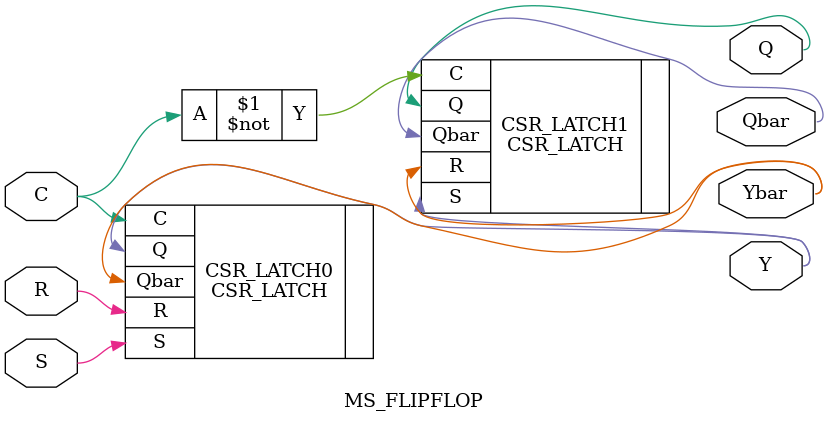
<source format=v>
`timescale 1ns / 1ps
module MS_FLIPFLOP(
	input wire S, R, C,
	output wire Q, Qbar,
	output wire Y, Ybar
    );
	 
	 CSR_LATCH CSR_LATCH0(
		.S(S),
		.R(R),
		.C(C),
		.Q(Y),
		.Qbar(Ybar)
	 );
	 
	 CSR_LATCH CSR_LATCH1(
		.S(Y),
		.R(Ybar),
		.C(~C),
		.Q(Q),
		.Qbar(Qbar)
	 );


endmodule

</source>
